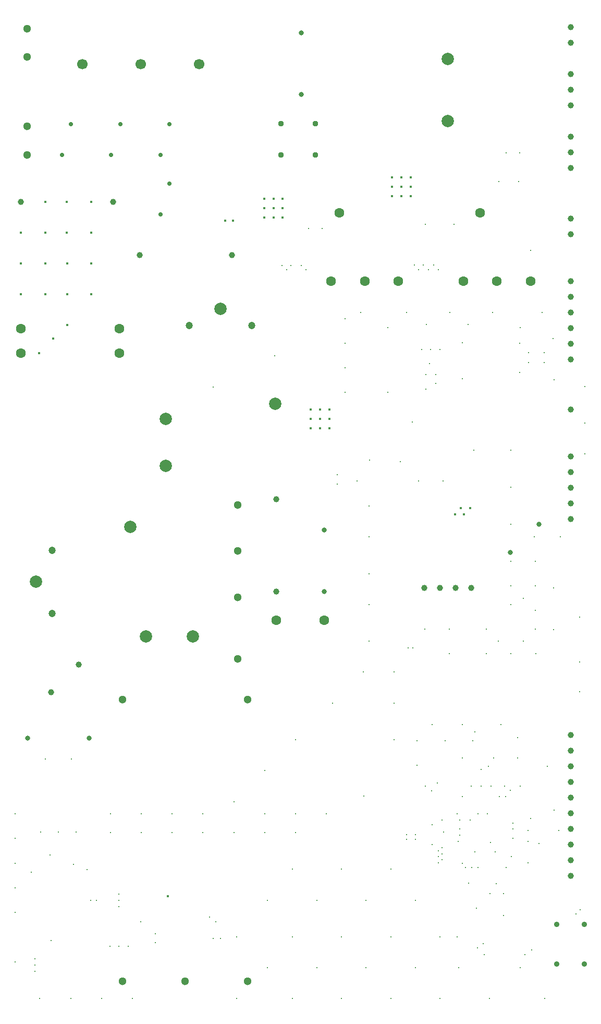
<source format=gbr>
%TF.GenerationSoftware,KiCad,Pcbnew,8.0.2*%
%TF.CreationDate,2024-05-14T20:53:49+07:00*%
%TF.ProjectId,HW.ACIM-PSU,48572e41-4349-44d2-9d50-53552e6b6963,0.0*%
%TF.SameCoordinates,Original*%
%TF.FileFunction,Plated,1,4,PTH,Drill*%
%TF.FilePolarity,Positive*%
%FSLAX46Y46*%
G04 Gerber Fmt 4.6, Leading zero omitted, Abs format (unit mm)*
G04 Created by KiCad (PCBNEW 8.0.2) date 2024-05-14 20:53:49*
%MOMM*%
%LPD*%
G01*
G04 APERTURE LIST*
%TA.AperFunction,ViaDrill*%
%ADD10C,0.300000*%
%TD*%
%TA.AperFunction,ViaDrill*%
%ADD11C,0.400000*%
%TD*%
%TA.AperFunction,ComponentDrill*%
%ADD12C,0.700000*%
%TD*%
%TA.AperFunction,ComponentDrill*%
%ADD13C,0.800000*%
%TD*%
%TA.AperFunction,ComponentDrill*%
%ADD14C,0.900000*%
%TD*%
%TA.AperFunction,ComponentDrill*%
%ADD15C,0.950000*%
%TD*%
%TA.AperFunction,ComponentDrill*%
%ADD16C,1.000000*%
%TD*%
%TA.AperFunction,ComponentDrill*%
%ADD17C,1.200000*%
%TD*%
%TA.AperFunction,ComponentDrill*%
%ADD18C,1.300000*%
%TD*%
%TA.AperFunction,ComponentDrill*%
%ADD19C,1.600000*%
%TD*%
%TA.AperFunction,ComponentDrill*%
%ADD20C,1.700000*%
%TD*%
%TA.AperFunction,ComponentDrill*%
%ADD21C,2.000000*%
%TD*%
G04 APERTURE END LIST*
D10*
X21917000Y-204783900D03*
X21917000Y-208783900D03*
X21917000Y-212783900D03*
X21917000Y-216783900D03*
X21917000Y-220783900D03*
X21917000Y-228783900D03*
X24552100Y-214249200D03*
X25077100Y-228324199D03*
X25077100Y-229324199D03*
X25077100Y-230324199D03*
X25917000Y-234783900D03*
X26043999Y-207718100D03*
X26843999Y-195893101D03*
X27593999Y-211418100D03*
X27752100Y-225349200D03*
X28893999Y-207718100D03*
X30917000Y-234783900D03*
X31043999Y-195893101D03*
X31393998Y-213018100D03*
X31843999Y-207718100D03*
X33544000Y-213818099D03*
X34177100Y-218849200D03*
X35077100Y-218849200D03*
X35917000Y-234783900D03*
X37327100Y-226249200D03*
X37417000Y-204783900D03*
X37417000Y-207783900D03*
X38777100Y-217849200D03*
X38777100Y-218849200D03*
X38777100Y-219849200D03*
X38777100Y-226249200D03*
X40227100Y-226249200D03*
X40917000Y-234783900D03*
X42277100Y-222274201D03*
X42417000Y-204783900D03*
X42417000Y-207783900D03*
X44668100Y-224254300D03*
X44668100Y-225654300D03*
X47417000Y-204783900D03*
X47417000Y-207783900D03*
X52417000Y-204783900D03*
X52417000Y-207783900D03*
X53477100Y-221549200D03*
X54044000Y-135518100D03*
X54077100Y-224974199D03*
X54477100Y-222274199D03*
X55227100Y-224974199D03*
X57417000Y-202783900D03*
X57417000Y-207783900D03*
X57917000Y-224783900D03*
X57917000Y-234783900D03*
X62417000Y-197783900D03*
X62417000Y-204783900D03*
X62417000Y-207783900D03*
X62917000Y-218783900D03*
X62917000Y-229783900D03*
X64094000Y-130393099D03*
X65217099Y-115789200D03*
X65967099Y-116489200D03*
X66717099Y-115789200D03*
X66917000Y-213783900D03*
X66917000Y-224783900D03*
X66917000Y-234783900D03*
X67417000Y-192783900D03*
X67417000Y-204783900D03*
X67417000Y-207783900D03*
X68367099Y-115789200D03*
X69167099Y-116489200D03*
X69567099Y-109739200D03*
X70917000Y-218783900D03*
X70917000Y-229783900D03*
X71767099Y-109739200D03*
X72417000Y-204783900D03*
X73417000Y-186783900D03*
X74194000Y-149768100D03*
X74194000Y-151268100D03*
X74917000Y-213783900D03*
X74917000Y-224783900D03*
X74917000Y-234783900D03*
X75467100Y-124389200D03*
X75467100Y-128389200D03*
X75467100Y-132389200D03*
X75467100Y-136389200D03*
X77417000Y-150783900D03*
X78017100Y-123389200D03*
X78417000Y-181783900D03*
X78568100Y-201929299D03*
X78917000Y-218783900D03*
X78917000Y-229783900D03*
X79417000Y-154783900D03*
X79417000Y-159783900D03*
X79417000Y-165783900D03*
X79417000Y-170783900D03*
X79417000Y-176783900D03*
X79467100Y-147389200D03*
X82467100Y-125889200D03*
X82467100Y-136389200D03*
X82917000Y-213783900D03*
X82917000Y-224783900D03*
X82917000Y-234783900D03*
X83417000Y-181783900D03*
X83417000Y-186783900D03*
X83417000Y-192783900D03*
X84487785Y-147634615D03*
X85443101Y-208154300D03*
X85443101Y-208954300D03*
X85467100Y-123389200D03*
X85737785Y-177884615D03*
X86437785Y-141184615D03*
X86537785Y-177884615D03*
X86717099Y-115739200D03*
X86917000Y-218783900D03*
X86917000Y-229783900D03*
X86918100Y-208154300D03*
X86918100Y-208954300D03*
X87168100Y-192879301D03*
X87168100Y-196879301D03*
X87417000Y-150783900D03*
X87467099Y-116489200D03*
X87917100Y-129389200D03*
X88217099Y-115739200D03*
X88417000Y-174783900D03*
X88567099Y-109139200D03*
X88568100Y-200304300D03*
X88617100Y-133464199D03*
X88617100Y-135889198D03*
X88692101Y-125389200D03*
X89067099Y-116489200D03*
X89167100Y-131714199D03*
X89417100Y-129389200D03*
X89568100Y-201029299D03*
X89618100Y-206554300D03*
X89618100Y-209754300D03*
X89668100Y-190329301D03*
X89867099Y-115739200D03*
X90217100Y-133464199D03*
X90217100Y-134939198D03*
X90518100Y-199804300D03*
X90618100Y-210754300D03*
X90618100Y-211754300D03*
X90618100Y-212754300D03*
X90667099Y-116489200D03*
X90917000Y-224783900D03*
X90917000Y-234783900D03*
X90917100Y-129389200D03*
X91268100Y-205754300D03*
X91268100Y-210254300D03*
X91268100Y-211254300D03*
X91268100Y-212254300D03*
X91417000Y-150783900D03*
X91468100Y-207754300D03*
X91768100Y-192879301D03*
X92417000Y-174783900D03*
X92417000Y-178783900D03*
X92467100Y-123389200D03*
X93167099Y-109139200D03*
X93667100Y-204790099D03*
X93718100Y-224784300D03*
X93868100Y-209254300D03*
X93917000Y-229783900D03*
X94118100Y-205754300D03*
X94118100Y-207254300D03*
X94118100Y-208254300D03*
X94517100Y-128314201D03*
X94517100Y-134164201D03*
X94517100Y-134164201D03*
X94518100Y-190329301D03*
X94518100Y-195679301D03*
X94568100Y-201954300D03*
X94568100Y-212804300D03*
X95068100Y-213454300D03*
X95442101Y-125389200D03*
X95568100Y-216054300D03*
X95823100Y-205754300D03*
X95968100Y-200304300D03*
X96068100Y-213454300D03*
X96218100Y-192879301D03*
X96417000Y-145783900D03*
X96567000Y-210983900D03*
X96568100Y-191479301D03*
X96823100Y-220054300D03*
X97023100Y-226554300D03*
X97068100Y-204804300D03*
X97068100Y-213454300D03*
X97568100Y-197604300D03*
X97568100Y-200304300D03*
X97923100Y-225829301D03*
X98073100Y-227604300D03*
X98417000Y-174783900D03*
X98417000Y-178783900D03*
X98568100Y-204804300D03*
X98768100Y-197104300D03*
X98917000Y-234783900D03*
X99068100Y-217704300D03*
X99123100Y-209404300D03*
X99168100Y-200304300D03*
X99467100Y-123389200D03*
X99618100Y-195679301D03*
X99868100Y-210934300D03*
X100068100Y-216104300D03*
X100417000Y-176783900D03*
X100467099Y-102162900D03*
X100568100Y-201954300D03*
X100768100Y-190329301D03*
X101233100Y-221304300D03*
X101268100Y-217684300D03*
X101368100Y-200304300D03*
X101568100Y-201954300D03*
X101667099Y-97512900D03*
X101668100Y-213454300D03*
X102367000Y-200983900D03*
X102417000Y-145783900D03*
X102417000Y-151783900D03*
X102417000Y-157783900D03*
X102417000Y-163783900D03*
X102417000Y-167783900D03*
X102417000Y-170783900D03*
X102417000Y-178783900D03*
X102468100Y-211734300D03*
X102768100Y-206254300D03*
X102768100Y-207254300D03*
X102768100Y-208754300D03*
X103505600Y-192391801D03*
X103518100Y-195679301D03*
X103667099Y-102162900D03*
X103817100Y-128364201D03*
X103817100Y-133164201D03*
X103867099Y-97512900D03*
X103917000Y-229783900D03*
X103967100Y-125839200D03*
X103968100Y-200304300D03*
X104417000Y-169783900D03*
X104417000Y-176783900D03*
X104718100Y-227604300D03*
X105218100Y-207454300D03*
X105218100Y-209254300D03*
X105218100Y-212754300D03*
X105317100Y-129964201D03*
X105317100Y-131564201D03*
X105617100Y-113289200D03*
X105668100Y-205534300D03*
X105768100Y-226879301D03*
X106218100Y-159779301D03*
X106417000Y-163783900D03*
X106417000Y-167783900D03*
X106417000Y-171783900D03*
X106417000Y-174783900D03*
X106467100Y-178783900D03*
X107018100Y-209604300D03*
X107467100Y-123389200D03*
X107817100Y-129964201D03*
X107817100Y-131564201D03*
X107917000Y-234783900D03*
X108368100Y-197034300D03*
X109244000Y-127643099D03*
X109317000Y-168108899D03*
X109317000Y-174908899D03*
X109437785Y-134334615D03*
X109468101Y-204154300D03*
X110168100Y-207454300D03*
X110417000Y-159783900D03*
X113017000Y-221020400D03*
X113617000Y-172883900D03*
X113617000Y-180133900D03*
X113617000Y-184933900D03*
X113667000Y-220370400D03*
X114467100Y-135389200D03*
X114467100Y-141389200D03*
X114467100Y-146389200D03*
D11*
X22794000Y-110418100D03*
X22794000Y-115418100D03*
X22794000Y-120418100D03*
X25767099Y-130018100D03*
X26794000Y-105418100D03*
X26794000Y-110418100D03*
X26794000Y-115418100D03*
X26794000Y-120418100D03*
X28117099Y-127668100D03*
X30294000Y-105418100D03*
X30294000Y-110418100D03*
X30367099Y-115418100D03*
X30367099Y-120418100D03*
X30367099Y-125418100D03*
X34294000Y-105418100D03*
X34294000Y-110418100D03*
X34294000Y-115418100D03*
X34294000Y-120418100D03*
X46677100Y-218124201D03*
X56029000Y-108522100D03*
X57279000Y-108522100D03*
X62367099Y-104989200D03*
X62367099Y-106489200D03*
X62367099Y-107989200D03*
X63867099Y-104989200D03*
X63867099Y-106489200D03*
X63867099Y-107989200D03*
X65367099Y-104989200D03*
X65367099Y-106489200D03*
X65367099Y-107989200D03*
X69944000Y-139168100D03*
X69944000Y-140668100D03*
X69944000Y-142168100D03*
X71444000Y-139168100D03*
X71444000Y-140668100D03*
X71444000Y-142168100D03*
X72944000Y-139168100D03*
X72944000Y-140668100D03*
X72944000Y-142168100D03*
X83117099Y-101489200D03*
X83117099Y-102989200D03*
X83117099Y-104489200D03*
X84617099Y-101489200D03*
X84617099Y-102989200D03*
X84617099Y-104489200D03*
X86117099Y-101489200D03*
X86117099Y-102989200D03*
X86117099Y-104489200D03*
X93317000Y-156133900D03*
X94317000Y-155133900D03*
X94817000Y-156133900D03*
X95817000Y-155133900D03*
D12*
%TO.C,M1*%
X29479000Y-97822100D03*
X30979000Y-92822100D03*
%TO.C,M2*%
X37479000Y-97822100D03*
X38979000Y-92822100D03*
%TO.C,M3*%
X45479000Y-97822100D03*
%TO.C,M4*%
X45479000Y-107522100D03*
%TO.C,M3*%
X46979000Y-92822100D03*
%TO.C,M4*%
X46979000Y-102522100D03*
D13*
%TO.C,C1*%
X23943999Y-192493101D03*
X33943999Y-192493101D03*
%TO.C,C43*%
X68367100Y-77992900D03*
X68367100Y-87992900D03*
%TO.C,C28*%
X72144000Y-158718100D03*
X72144000Y-168718100D03*
%TO.C,BZ1*%
X102368903Y-162381997D03*
X106965097Y-157785803D03*
D14*
%TO.C,BT1*%
X109842000Y-222683900D03*
X109842000Y-229183900D03*
X114342000Y-222683900D03*
X114342000Y-229183900D03*
D15*
%TO.C,D8*%
X65067100Y-92752900D03*
X65067100Y-97832900D03*
%TO.C,D11*%
X70667100Y-92752900D03*
X70667100Y-97832900D03*
D16*
%TO.C,C2*%
X22794000Y-105418100D03*
%TO.C,B1*%
X27698935Y-185038165D03*
X32189063Y-180548037D03*
%TO.C,C2*%
X37794000Y-105418100D03*
%TO.C,C11*%
X42094000Y-114118100D03*
X57094000Y-114118100D03*
%TO.C,C35*%
X64344000Y-153718100D03*
X64344000Y-168718100D03*
%TO.C,MD2*%
X88357000Y-168083900D03*
X90897000Y-168083900D03*
X93437000Y-168083900D03*
X95977000Y-168083900D03*
%TO.C,J2*%
X112167100Y-77132900D03*
X112167100Y-79672900D03*
X112167100Y-84752900D03*
X112167100Y-87292900D03*
X112167100Y-89832900D03*
X112167100Y-94912900D03*
X112167100Y-97452900D03*
X112167100Y-99992900D03*
%TO.C,J4*%
X112167100Y-108149200D03*
X112167100Y-110689200D03*
X112167100Y-118309200D03*
X112167100Y-120849200D03*
X112167100Y-123389200D03*
X112167100Y-125929200D03*
X112167100Y-128469200D03*
X112167100Y-131009200D03*
%TO.C,J3*%
X112167100Y-139165100D03*
X112167100Y-146785100D03*
X112167100Y-149325100D03*
X112167100Y-151865100D03*
X112167100Y-154405100D03*
X112167100Y-156945100D03*
%TO.C,J5*%
X112168100Y-191954299D03*
X112168100Y-194494300D03*
X112168100Y-197034300D03*
X112168100Y-199574300D03*
X112168100Y-202114299D03*
X112168100Y-204654301D03*
X112168100Y-207194300D03*
X112168100Y-209734300D03*
X112168100Y-212274300D03*
X112168100Y-214814301D03*
D17*
%TO.C,RL2*%
X27943999Y-162018099D03*
X27943999Y-172218101D03*
%TO.C,RL1*%
X50143999Y-125518099D03*
X60344001Y-125518099D03*
D18*
%TO.C,F1*%
X23879000Y-77322100D03*
X23879000Y-81922100D03*
X23879000Y-93222100D03*
X23879000Y-97822100D03*
%TO.C,MD1*%
X39367100Y-186229200D03*
X39367100Y-231949200D03*
X49527100Y-231949200D03*
%TO.C,BR1*%
X58044000Y-154618100D03*
X58044000Y-162118100D03*
X58044000Y-169618100D03*
X58044000Y-179618100D03*
%TO.C,MD1*%
X59687100Y-186229200D03*
X59687100Y-231949200D03*
D19*
%TO.C,FT1*%
X22844000Y-126018100D03*
X22844000Y-130018100D03*
X38844000Y-126018100D03*
X38844000Y-130018100D03*
%TO.C,J6*%
X64344000Y-173318100D03*
%TO.C,J8*%
X72144000Y-173318100D03*
%TO.C,Q3*%
X73217099Y-118289200D03*
%TO.C,J9*%
X74517099Y-107239200D03*
%TO.C,Q3*%
X78667099Y-118289200D03*
X84117099Y-118289200D03*
%TO.C,Q6*%
X94717100Y-118289200D03*
%TO.C,J7*%
X97417099Y-107239200D03*
%TO.C,Q6*%
X100167100Y-118289200D03*
X105617100Y-118289200D03*
D20*
%TO.C,J1*%
X32794000Y-83118100D03*
X42294000Y-83118100D03*
X51794000Y-83118100D03*
D21*
%TO.C,RL2*%
X25244000Y-167118100D03*
X40643999Y-158218100D03*
X43143999Y-176018100D03*
%TO.C,RL1*%
X46344000Y-140718099D03*
X46344000Y-148318099D03*
%TO.C,RL2*%
X50743999Y-176018100D03*
%TO.C,RL1*%
X55244000Y-122818100D03*
X64144000Y-138218099D03*
%TO.C,C44*%
X92167100Y-82292900D03*
X92167100Y-92292900D03*
M02*

</source>
